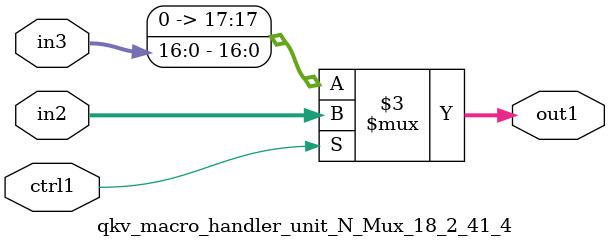
<source format=v>

`timescale 1ps / 1ps


module qkv_macro_handler_unit_N_Mux_18_2_41_4( in3, in2, ctrl1, out1 );

    input [16:0] in3;
    input [17:0] in2;
    input ctrl1;
    output [17:0] out1;
    reg [17:0] out1;

    
    // rtl_process:qkv_macro_handler_unit_N_Mux_18_2_41_4/qkv_macro_handler_unit_N_Mux_18_2_41_4_thread_1
    always @*
      begin : qkv_macro_handler_unit_N_Mux_18_2_41_4_thread_1
        case (ctrl1) 
          1'b1: 
            begin
              out1 = in2;
            end
          default: 
            begin
              out1 = {1'b0, in3};
            end
        endcase
      end

endmodule



</source>
